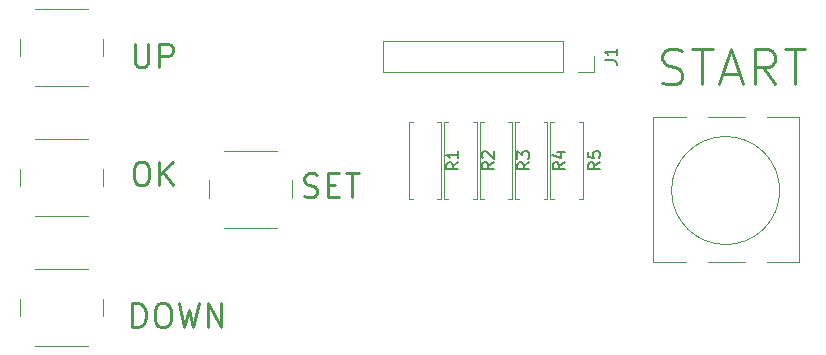
<source format=gbr>
G04 #@! TF.GenerationSoftware,KiCad,Pcbnew,(5.1.5)-3*
G04 #@! TF.CreationDate,2020-07-19T03:38:45+05:30*
G04 #@! TF.ProjectId,HA-Button-V1.0,48412d42-7574-4746-9f6e-2d56312e302e,rev?*
G04 #@! TF.SameCoordinates,Original*
G04 #@! TF.FileFunction,Legend,Top*
G04 #@! TF.FilePolarity,Positive*
%FSLAX46Y46*%
G04 Gerber Fmt 4.6, Leading zero omitted, Abs format (unit mm)*
G04 Created by KiCad (PCBNEW (5.1.5)-3) date 2020-07-19 03:38:45*
%MOMM*%
%LPD*%
G04 APERTURE LIST*
%ADD10C,0.120000*%
%ADD11C,0.250000*%
%ADD12C,0.150000*%
G04 APERTURE END LIST*
D10*
X141650000Y-94400000D02*
X138930000Y-94400000D01*
X132070000Y-94400000D02*
X129350000Y-94400000D01*
X133930000Y-82100000D02*
X137070000Y-82100000D01*
X129350000Y-82100000D02*
X132070000Y-82100000D01*
X140039050Y-88350000D02*
G75*
G03X140039050Y-88350000I-4579050J0D01*
G01*
X138930000Y-82100000D02*
X141650000Y-82100000D01*
X129350000Y-94400000D02*
X129350000Y-82100000D01*
X137070000Y-94400000D02*
X133930000Y-94400000D01*
X141650000Y-82100000D02*
X141650000Y-94400000D01*
X82750000Y-99000000D02*
X82750000Y-97500000D01*
X81500000Y-95000000D02*
X77000000Y-95000000D01*
X75750000Y-97500000D02*
X75750000Y-99000000D01*
X77000000Y-101500000D02*
X81500000Y-101500000D01*
X82750000Y-77000000D02*
X82750000Y-75500000D01*
X81500000Y-73000000D02*
X77000000Y-73000000D01*
X75750000Y-75500000D02*
X75750000Y-77000000D01*
X77000000Y-79500000D02*
X81500000Y-79500000D01*
X82750000Y-88000000D02*
X82750000Y-86500000D01*
X81500000Y-84000000D02*
X77000000Y-84000000D01*
X75750000Y-86500000D02*
X75750000Y-88000000D01*
X77000000Y-90500000D02*
X81500000Y-90500000D01*
X98750000Y-89000000D02*
X98750000Y-87500000D01*
X97500000Y-85000000D02*
X93000000Y-85000000D01*
X91750000Y-87500000D02*
X91750000Y-89000000D01*
X93000000Y-91500000D02*
X97500000Y-91500000D01*
X120630000Y-89080000D02*
X120960000Y-89080000D01*
X120630000Y-82540000D02*
X120630000Y-89080000D01*
X120960000Y-82540000D02*
X120630000Y-82540000D01*
X123370000Y-89080000D02*
X123040000Y-89080000D01*
X123370000Y-82540000D02*
X123370000Y-89080000D01*
X123040000Y-82540000D02*
X123370000Y-82540000D01*
X117630000Y-89080000D02*
X117960000Y-89080000D01*
X117630000Y-82540000D02*
X117630000Y-89080000D01*
X117960000Y-82540000D02*
X117630000Y-82540000D01*
X120370000Y-89080000D02*
X120040000Y-89080000D01*
X120370000Y-82540000D02*
X120370000Y-89080000D01*
X120040000Y-82540000D02*
X120370000Y-82540000D01*
X114630000Y-89080000D02*
X114960000Y-89080000D01*
X114630000Y-82540000D02*
X114630000Y-89080000D01*
X114960000Y-82540000D02*
X114630000Y-82540000D01*
X117370000Y-89080000D02*
X117040000Y-89080000D01*
X117370000Y-82540000D02*
X117370000Y-89080000D01*
X117040000Y-82540000D02*
X117370000Y-82540000D01*
X111630000Y-89080000D02*
X111960000Y-89080000D01*
X111630000Y-82540000D02*
X111630000Y-89080000D01*
X111960000Y-82540000D02*
X111630000Y-82540000D01*
X114370000Y-89080000D02*
X114040000Y-89080000D01*
X114370000Y-82540000D02*
X114370000Y-89080000D01*
X114040000Y-82540000D02*
X114370000Y-82540000D01*
X108630000Y-89080000D02*
X108960000Y-89080000D01*
X108630000Y-82540000D02*
X108630000Y-89080000D01*
X108960000Y-82540000D02*
X108630000Y-82540000D01*
X111370000Y-89080000D02*
X111040000Y-89080000D01*
X111370000Y-82540000D02*
X111370000Y-89080000D01*
X111040000Y-82540000D02*
X111370000Y-82540000D01*
X124330000Y-77000000D02*
X124330000Y-78330000D01*
X124330000Y-78330000D02*
X123000000Y-78330000D01*
X121730000Y-78330000D02*
X106430000Y-78330000D01*
X106430000Y-75670000D02*
X106430000Y-78330000D01*
X121730000Y-75670000D02*
X106430000Y-75670000D01*
X121730000Y-75670000D02*
X121730000Y-78330000D01*
D11*
X130071428Y-79214285D02*
X130500000Y-79357142D01*
X131214285Y-79357142D01*
X131500000Y-79214285D01*
X131642857Y-79071428D01*
X131785714Y-78785714D01*
X131785714Y-78500000D01*
X131642857Y-78214285D01*
X131500000Y-78071428D01*
X131214285Y-77928571D01*
X130642857Y-77785714D01*
X130357142Y-77642857D01*
X130214285Y-77500000D01*
X130071428Y-77214285D01*
X130071428Y-76928571D01*
X130214285Y-76642857D01*
X130357142Y-76500000D01*
X130642857Y-76357142D01*
X131357142Y-76357142D01*
X131785714Y-76500000D01*
X132642857Y-76357142D02*
X134357142Y-76357142D01*
X133500000Y-79357142D02*
X133500000Y-76357142D01*
X135214285Y-78500000D02*
X136642857Y-78500000D01*
X134928571Y-79357142D02*
X135928571Y-76357142D01*
X136928571Y-79357142D01*
X139642857Y-79357142D02*
X138642857Y-77928571D01*
X137928571Y-79357142D02*
X137928571Y-76357142D01*
X139071428Y-76357142D01*
X139357142Y-76500000D01*
X139500000Y-76642857D01*
X139642857Y-76928571D01*
X139642857Y-77357142D01*
X139500000Y-77642857D01*
X139357142Y-77785714D01*
X139071428Y-77928571D01*
X137928571Y-77928571D01*
X140500000Y-76357142D02*
X142214285Y-76357142D01*
X141357142Y-79357142D02*
X141357142Y-76357142D01*
X85238095Y-99904761D02*
X85238095Y-97904761D01*
X85714285Y-97904761D01*
X86000000Y-98000000D01*
X86190476Y-98190476D01*
X86285714Y-98380952D01*
X86380952Y-98761904D01*
X86380952Y-99047619D01*
X86285714Y-99428571D01*
X86190476Y-99619047D01*
X86000000Y-99809523D01*
X85714285Y-99904761D01*
X85238095Y-99904761D01*
X87619047Y-97904761D02*
X88000000Y-97904761D01*
X88190476Y-98000000D01*
X88380952Y-98190476D01*
X88476190Y-98571428D01*
X88476190Y-99238095D01*
X88380952Y-99619047D01*
X88190476Y-99809523D01*
X88000000Y-99904761D01*
X87619047Y-99904761D01*
X87428571Y-99809523D01*
X87238095Y-99619047D01*
X87142857Y-99238095D01*
X87142857Y-98571428D01*
X87238095Y-98190476D01*
X87428571Y-98000000D01*
X87619047Y-97904761D01*
X89142857Y-97904761D02*
X89619047Y-99904761D01*
X90000000Y-98476190D01*
X90380952Y-99904761D01*
X90857142Y-97904761D01*
X91619047Y-99904761D02*
X91619047Y-97904761D01*
X92761904Y-99904761D01*
X92761904Y-97904761D01*
X85428571Y-75904761D02*
X85428571Y-77523809D01*
X85523809Y-77714285D01*
X85619047Y-77809523D01*
X85809523Y-77904761D01*
X86190476Y-77904761D01*
X86380952Y-77809523D01*
X86476190Y-77714285D01*
X86571428Y-77523809D01*
X86571428Y-75904761D01*
X87523809Y-77904761D02*
X87523809Y-75904761D01*
X88285714Y-75904761D01*
X88476190Y-76000000D01*
X88571428Y-76095238D01*
X88666666Y-76285714D01*
X88666666Y-76571428D01*
X88571428Y-76761904D01*
X88476190Y-76857142D01*
X88285714Y-76952380D01*
X87523809Y-76952380D01*
X85809523Y-85904761D02*
X86190476Y-85904761D01*
X86380952Y-86000000D01*
X86571428Y-86190476D01*
X86666666Y-86571428D01*
X86666666Y-87238095D01*
X86571428Y-87619047D01*
X86380952Y-87809523D01*
X86190476Y-87904761D01*
X85809523Y-87904761D01*
X85619047Y-87809523D01*
X85428571Y-87619047D01*
X85333333Y-87238095D01*
X85333333Y-86571428D01*
X85428571Y-86190476D01*
X85619047Y-86000000D01*
X85809523Y-85904761D01*
X87523809Y-87904761D02*
X87523809Y-85904761D01*
X88666666Y-87904761D02*
X87809523Y-86761904D01*
X88666666Y-85904761D02*
X87523809Y-87047619D01*
X99761904Y-88809523D02*
X100047619Y-88904761D01*
X100523809Y-88904761D01*
X100714285Y-88809523D01*
X100809523Y-88714285D01*
X100904761Y-88523809D01*
X100904761Y-88333333D01*
X100809523Y-88142857D01*
X100714285Y-88047619D01*
X100523809Y-87952380D01*
X100142857Y-87857142D01*
X99952380Y-87761904D01*
X99857142Y-87666666D01*
X99761904Y-87476190D01*
X99761904Y-87285714D01*
X99857142Y-87095238D01*
X99952380Y-87000000D01*
X100142857Y-86904761D01*
X100619047Y-86904761D01*
X100904761Y-87000000D01*
X101761904Y-87857142D02*
X102428571Y-87857142D01*
X102714285Y-88904761D02*
X101761904Y-88904761D01*
X101761904Y-86904761D01*
X102714285Y-86904761D01*
X103285714Y-86904761D02*
X104428571Y-86904761D01*
X103857142Y-88904761D02*
X103857142Y-86904761D01*
D12*
X124822380Y-85976666D02*
X124346190Y-86310000D01*
X124822380Y-86548095D02*
X123822380Y-86548095D01*
X123822380Y-86167142D01*
X123870000Y-86071904D01*
X123917619Y-86024285D01*
X124012857Y-85976666D01*
X124155714Y-85976666D01*
X124250952Y-86024285D01*
X124298571Y-86071904D01*
X124346190Y-86167142D01*
X124346190Y-86548095D01*
X123822380Y-85071904D02*
X123822380Y-85548095D01*
X124298571Y-85595714D01*
X124250952Y-85548095D01*
X124203333Y-85452857D01*
X124203333Y-85214761D01*
X124250952Y-85119523D01*
X124298571Y-85071904D01*
X124393809Y-85024285D01*
X124631904Y-85024285D01*
X124727142Y-85071904D01*
X124774761Y-85119523D01*
X124822380Y-85214761D01*
X124822380Y-85452857D01*
X124774761Y-85548095D01*
X124727142Y-85595714D01*
X121822380Y-85976666D02*
X121346190Y-86310000D01*
X121822380Y-86548095D02*
X120822380Y-86548095D01*
X120822380Y-86167142D01*
X120870000Y-86071904D01*
X120917619Y-86024285D01*
X121012857Y-85976666D01*
X121155714Y-85976666D01*
X121250952Y-86024285D01*
X121298571Y-86071904D01*
X121346190Y-86167142D01*
X121346190Y-86548095D01*
X121155714Y-85119523D02*
X121822380Y-85119523D01*
X120774761Y-85357619D02*
X121489047Y-85595714D01*
X121489047Y-84976666D01*
X118822380Y-85976666D02*
X118346190Y-86310000D01*
X118822380Y-86548095D02*
X117822380Y-86548095D01*
X117822380Y-86167142D01*
X117870000Y-86071904D01*
X117917619Y-86024285D01*
X118012857Y-85976666D01*
X118155714Y-85976666D01*
X118250952Y-86024285D01*
X118298571Y-86071904D01*
X118346190Y-86167142D01*
X118346190Y-86548095D01*
X117822380Y-85643333D02*
X117822380Y-85024285D01*
X118203333Y-85357619D01*
X118203333Y-85214761D01*
X118250952Y-85119523D01*
X118298571Y-85071904D01*
X118393809Y-85024285D01*
X118631904Y-85024285D01*
X118727142Y-85071904D01*
X118774761Y-85119523D01*
X118822380Y-85214761D01*
X118822380Y-85500476D01*
X118774761Y-85595714D01*
X118727142Y-85643333D01*
X115822380Y-85976666D02*
X115346190Y-86310000D01*
X115822380Y-86548095D02*
X114822380Y-86548095D01*
X114822380Y-86167142D01*
X114870000Y-86071904D01*
X114917619Y-86024285D01*
X115012857Y-85976666D01*
X115155714Y-85976666D01*
X115250952Y-86024285D01*
X115298571Y-86071904D01*
X115346190Y-86167142D01*
X115346190Y-86548095D01*
X114917619Y-85595714D02*
X114870000Y-85548095D01*
X114822380Y-85452857D01*
X114822380Y-85214761D01*
X114870000Y-85119523D01*
X114917619Y-85071904D01*
X115012857Y-85024285D01*
X115108095Y-85024285D01*
X115250952Y-85071904D01*
X115822380Y-85643333D01*
X115822380Y-85024285D01*
X112822380Y-85976666D02*
X112346190Y-86310000D01*
X112822380Y-86548095D02*
X111822380Y-86548095D01*
X111822380Y-86167142D01*
X111870000Y-86071904D01*
X111917619Y-86024285D01*
X112012857Y-85976666D01*
X112155714Y-85976666D01*
X112250952Y-86024285D01*
X112298571Y-86071904D01*
X112346190Y-86167142D01*
X112346190Y-86548095D01*
X112822380Y-85024285D02*
X112822380Y-85595714D01*
X112822380Y-85310000D02*
X111822380Y-85310000D01*
X111965238Y-85405238D01*
X112060476Y-85500476D01*
X112108095Y-85595714D01*
X125222380Y-77333333D02*
X125936666Y-77333333D01*
X126079523Y-77380952D01*
X126174761Y-77476190D01*
X126222380Y-77619047D01*
X126222380Y-77714285D01*
X126222380Y-76333333D02*
X126222380Y-76904761D01*
X126222380Y-76619047D02*
X125222380Y-76619047D01*
X125365238Y-76714285D01*
X125460476Y-76809523D01*
X125508095Y-76904761D01*
M02*

</source>
